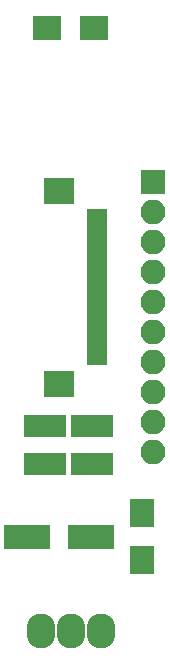
<source format=gbr>
G04 #@! TF.FileFunction,Soldermask,Bot*
%FSLAX46Y46*%
G04 Gerber Fmt 4.6, Leading zero omitted, Abs format (unit mm)*
G04 Created by KiCad (PCBNEW 4.0.7-e2-6376~58~ubuntu16.04.1) date Mon Jun 25 07:50:44 2018*
%MOMM*%
%LPD*%
G01*
G04 APERTURE LIST*
%ADD10C,0.100000*%
%ADD11R,3.900000X2.000000*%
%ADD12R,3.600000X1.900000*%
%ADD13R,2.000000X2.400000*%
%ADD14R,2.400000X2.100000*%
%ADD15O,2.432000X2.940000*%
%ADD16R,2.100000X2.100000*%
%ADD17O,2.100000X2.100000*%
%ADD18R,2.600000X2.200000*%
%ADD19R,1.700000X0.700000*%
G04 APERTURE END LIST*
D10*
D11*
X167300000Y-94050000D03*
X172700000Y-94050000D03*
D12*
X168800000Y-84700000D03*
X172800000Y-84700000D03*
X168800000Y-87900000D03*
X172800000Y-87900000D03*
D13*
X177000000Y-92000000D03*
X177000000Y-96000000D03*
D14*
X169000000Y-51000000D03*
X173000000Y-51000000D03*
D15*
X171000000Y-102000000D03*
X173540000Y-102000000D03*
X168460000Y-102000000D03*
D16*
X178000000Y-64000000D03*
D17*
X178000000Y-66540000D03*
X178000000Y-69080000D03*
X178000000Y-71620000D03*
X178000000Y-74160000D03*
X178000000Y-76700000D03*
X178000000Y-79240000D03*
X178000000Y-81780000D03*
X178000000Y-84320000D03*
X178000000Y-86860000D03*
D18*
X170010000Y-81060000D03*
X170010000Y-64760000D03*
D19*
X173260000Y-66660000D03*
X173260000Y-67160000D03*
X173260000Y-67660000D03*
X173260000Y-68160000D03*
X173260000Y-68660000D03*
X173260000Y-69160000D03*
X173260000Y-69660000D03*
X173260000Y-70160000D03*
X173260000Y-70660000D03*
X173260000Y-71160000D03*
X173260000Y-71660000D03*
X173260000Y-72160000D03*
X173260000Y-72660000D03*
X173260000Y-73160000D03*
X173260000Y-73660000D03*
X173260000Y-74160000D03*
X173260000Y-74660000D03*
X173260000Y-75160000D03*
X173260000Y-75660000D03*
X173260000Y-76160000D03*
X173260000Y-76660000D03*
X173260000Y-77160000D03*
X173260000Y-77660000D03*
X173260000Y-78160000D03*
X173260000Y-78660000D03*
X173260000Y-79160000D03*
M02*

</source>
